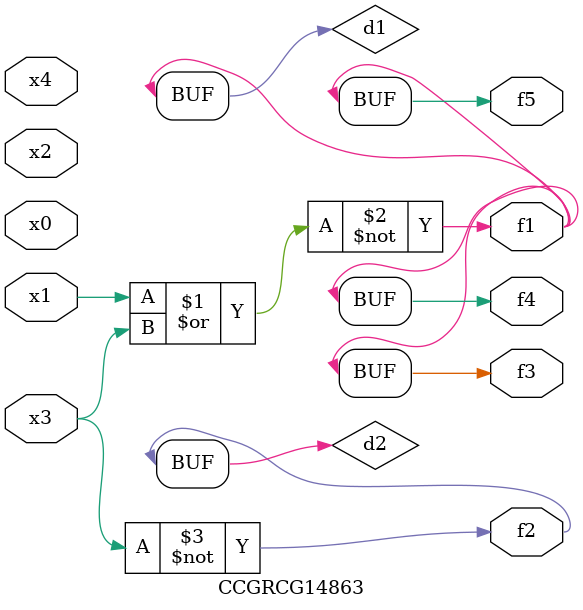
<source format=v>
module CCGRCG14863(
	input x0, x1, x2, x3, x4,
	output f1, f2, f3, f4, f5
);

	wire d1, d2;

	nor (d1, x1, x3);
	not (d2, x3);
	assign f1 = d1;
	assign f2 = d2;
	assign f3 = d1;
	assign f4 = d1;
	assign f5 = d1;
endmodule

</source>
